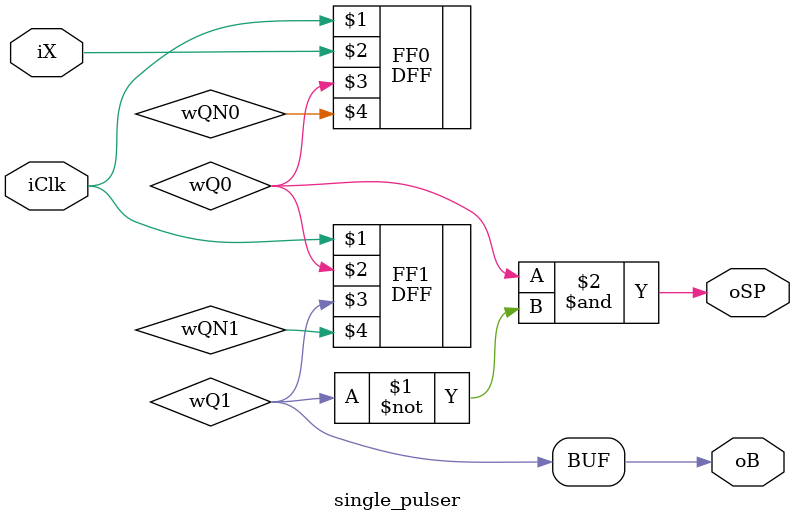
<source format=v>
module single_pulser(iClk, iX, oSP, oB);
    // convert a button input signal to a single-pulse;
    // the period of iClk should be sufficiently long enough to debounce
    // the button.
    // the duration of the pulse is the period of iClk.
    input iClk, iX;
    output oSP, oB;

    wire wQ0, wQN0, wQ1, wQN1;

    DFF FF0(iClk, iX, wQ0, wQN0);
    DFF FF1(iClk, wQ0, wQ1, wQN1);

    // when the button signal is 0 and changes to 1,
    // the change will propogate to wQ0 and then to wQ1,
    // so the output should go high when wQ0 is 1 and wQ1 is 0
    assign oSP = wQ0 & ~wQ1;
    // output the value of the second flip-flop so that the controller
    // can tell which buttons are pressed anytime a pulse is received
    assign oB = wQ1;

endmodule   // single_pulser

</source>
